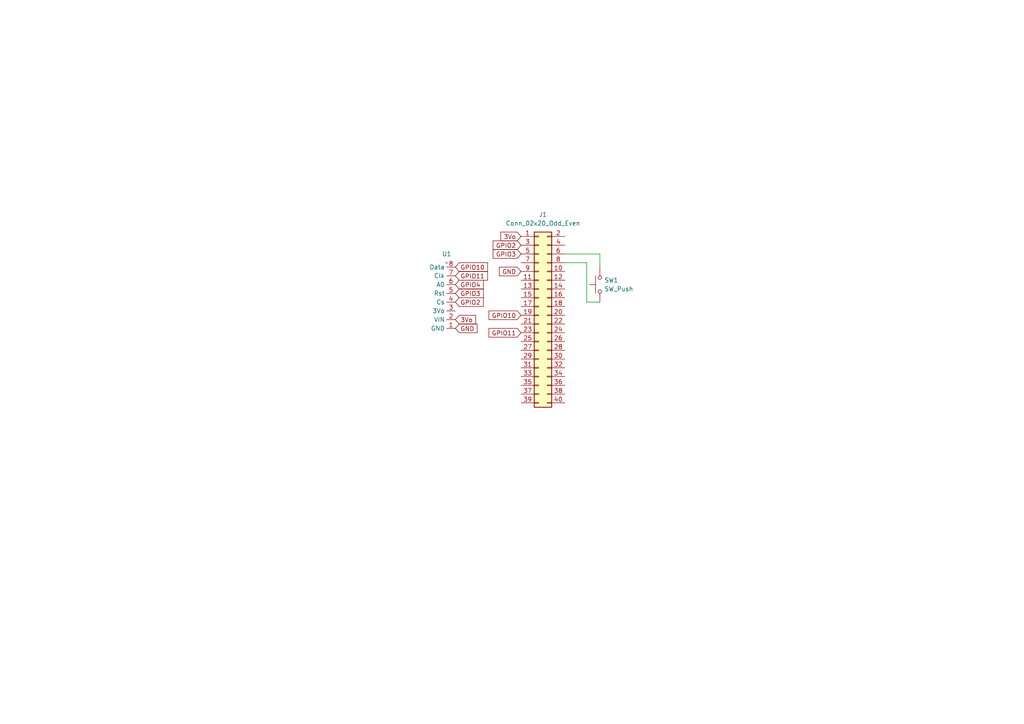
<source format=kicad_sch>
(kicad_sch (version 20250114) (generator "eeschema") (generator_version "9.0")
  (paper "A4")
  (lib_symbols
    (symbol "128x128oled:main"
      (property "Reference" "U" (at 11.43 0.254 0))
      (symbol "main_1_1"
        (pin input line (at -8.89 0 90) (length 2.54) (name "GND") (number "1"))
        (pin input line (at -6.35 0 90) (length 2.54) (name "VIN") (number "2"))
        (pin input line (at -3.81 0 90) (length 2.54) (name "3Vo") (number "3"))
        (pin input line (at -1.27 0 90) (length 2.54) (name "Cs") (number "4"))
        (pin input line (at 1.27 0 90) (length 2.54) (name "Rst") (number "5"))
        (pin input line (at 3.81 0 90) (length 2.54) (name "A0") (number "6"))
        (pin input line (at 6.35 0 90) (length 2.54) (name "Clk") (number "7"))
        (pin input line (at 8.89 0 90) (length 2.54) (name "Data") (number "8"))
      )
    )
    (symbol "Connector_Generic:Conn_02x20_Odd_Even" (pin_names (offset 1.016) (hide yes))
      (property "Reference" "J" (at 1.27 25.4 0))
      (property "Value" "Conn_02x20_Odd_Even" (at 1.27 -27.94 0))
      (symbol "Conn_02x20_Odd_Even_1_1"
        (rectangle (start -1.27 24.13) (end 3.81 -26.67) (stroke (width 0.254)) (fill (type background)))
        (rectangle (start -1.27 22.987) (end 0 22.733) (stroke (width 0.1524)))
        (rectangle (start -1.27 20.447) (end 0 20.193) (stroke (width 0.1524)))
        (rectangle (start -1.27 17.907) (end 0 17.653) (stroke (width 0.1524)))
        (rectangle (start -1.27 15.367) (end 0 15.113) (stroke (width 0.1524)))
        (rectangle (start -1.27 12.827) (end 0 12.573) (stroke (width 0.1524)))
        (rectangle (start -1.27 10.287) (end 0 10.033) (stroke (width 0.1524)))
        (rectangle (start -1.27 7.747) (end 0 7.493) (stroke (width 0.1524)))
        (rectangle (start -1.27 5.207) (end 0 4.953) (stroke (width 0.1524)))
        (rectangle (start -1.27 2.667) (end 0 2.413) (stroke (width 0.1524)))
        (rectangle (start -1.27 0.127) (end 0 -0.127) (stroke (width 0.1524)))
        (rectangle (start -1.27 -2.413) (end 0 -2.667) (stroke (width 0.1524)))
        (rectangle (start -1.27 -4.953) (end 0 -5.207) (stroke (width 0.1524)))
        (rectangle (start -1.27 -7.493) (end 0 -7.747) (stroke (width 0.1524)))
        (rectangle (start -1.27 -10.033) (end 0 -10.287) (stroke (width 0.1524)))
        (rectangle (start -1.27 -12.573) (end 0 -12.827) (stroke (width 0.1524)))
        (rectangle (start -1.27 -15.113) (end 0 -15.367) (stroke (width 0.1524)))
        (rectangle (start -1.27 -17.653) (end 0 -17.907) (stroke (width 0.1524)))
        (rectangle (start -1.27 -20.193) (end 0 -20.447) (stroke (width 0.1524)))
        (rectangle (start -1.27 -22.733) (end 0 -22.987) (stroke (width 0.1524)))
        (rectangle (start -1.27 -25.273) (end 0 -25.527) (stroke (width 0.1524)))
        (rectangle (start 3.81 22.987) (end 2.54 22.733) (stroke (width 0.1524)))
        (rectangle (start 3.81 20.447) (end 2.54 20.193) (stroke (width 0.1524)))
        (rectangle (start 3.81 17.907) (end 2.54 17.653) (stroke (width 0.1524)))
        (rectangle (start 3.81 15.367) (end 2.54 15.113) (stroke (width 0.1524)))
        (rectangle (start 3.81 12.827) (end 2.54 12.573) (stroke (width 0.1524)))
        (rectangle (start 3.81 10.287) (end 2.54 10.033) (stroke (width 0.1524)))
        (rectangle (start 3.81 7.747) (end 2.54 7.493) (stroke (width 0.1524)))
        (rectangle (start 3.81 5.207) (end 2.54 4.953) (stroke (width 0.1524)))
        (rectangle (start 3.81 2.667) (end 2.54 2.413) (stroke (width 0.1524)))
        (rectangle (start 3.81 0.127) (end 2.54 -0.127) (stroke (width 0.1524)))
        (rectangle (start 3.81 -2.413) (end 2.54 -2.667) (stroke (width 0.1524)))
        (rectangle (start 3.81 -4.953) (end 2.54 -5.207) (stroke (width 0.1524)))
        (rectangle (start 3.81 -7.493) (end 2.54 -7.747) (stroke (width 0.1524)))
        (rectangle (start 3.81 -10.033) (end 2.54 -10.287) (stroke (width 0.1524)))
        (rectangle (start 3.81 -12.573) (end 2.54 -12.827) (stroke (width 0.1524)))
        (rectangle (start 3.81 -15.113) (end 2.54 -15.367) (stroke (width 0.1524)))
        (rectangle (start 3.81 -17.653) (end 2.54 -17.907) (stroke (width 0.1524)))
        (rectangle (start 3.81 -20.193) (end 2.54 -20.447) (stroke (width 0.1524)))
        (rectangle (start 3.81 -22.733) (end 2.54 -22.987) (stroke (width 0.1524)))
        (rectangle (start 3.81 -25.273) (end 2.54 -25.527) (stroke (width 0.1524)))
        (pin passive line (at -5.08 22.86 0) (length 3.81) (name "Pin_1") (number "1"))
        (pin passive line (at -5.08 20.32 0) (length 3.81) (name "Pin_3") (number "3"))
        (pin passive line (at -5.08 17.78 0) (length 3.81) (name "Pin_5") (number "5"))
        (pin passive line (at -5.08 15.24 0) (length 3.81) (name "Pin_7") (number "7"))
        (pin passive line (at -5.08 12.7 0) (length 3.81) (name "Pin_9") (number "9"))
        (pin passive line (at -5.08 10.16 0) (length 3.81) (name "Pin_11") (number "11"))
        (pin passive line (at -5.08 7.62 0) (length 3.81) (name "Pin_13") (number "13"))
        (pin passive line (at -5.08 5.08 0) (length 3.81) (name "Pin_15") (number "15"))
        (pin passive line (at -5.08 2.54 0) (length 3.81) (name "Pin_17") (number "17"))
        (pin passive line (at -5.08 0 0) (length 3.81) (name "Pin_19") (number "19"))
        (pin passive line (at -5.08 -2.54 0) (length 3.81) (name "Pin_21") (number "21"))
        (pin passive line (at -5.08 -5.08 0) (length 3.81) (name "Pin_23") (number "23"))
        (pin passive line (at -5.08 -7.62 0) (length 3.81) (name "Pin_25") (number "25"))
        (pin passive line (at -5.08 -10.16 0) (length 3.81) (name "Pin_27") (number "27"))
        (pin passive line (at -5.08 -12.7 0) (length 3.81) (name "Pin_29") (number "29"))
        (pin passive line (at -5.08 -15.24 0) (length 3.81) (name "Pin_31") (number "31"))
        (pin passive line (at -5.08 -17.78 0) (length 3.81) (name "Pin_33") (number "33"))
        (pin passive line (at -5.08 -20.32 0) (length 3.81) (name "Pin_35") (number "35"))
        (pin passive line (at -5.08 -22.86 0) (length 3.81) (name "Pin_37") (number "37"))
        (pin passive line (at -5.08 -25.4 0) (length 3.81) (name "Pin_39") (number "39"))
        (pin passive line (at 7.62 22.86 180) (length 3.81) (name "Pin_2") (number "2"))
        (pin passive line (at 7.62 20.32 180) (length 3.81) (name "Pin_4") (number "4"))
        (pin passive line (at 7.62 17.78 180) (length 3.81) (name "Pin_6") (number "6"))
        (pin passive line (at 7.62 15.24 180) (length 3.81) (name "Pin_8") (number "8"))
        (pin passive line (at 7.62 12.7 180) (length 3.81) (name "Pin_10") (number "10"))
        (pin passive line (at 7.62 10.16 180) (length 3.81) (name "Pin_12") (number "12"))
        (pin passive line (at 7.62 7.62 180) (length 3.81) (name "Pin_14") (number "14"))
        (pin passive line (at 7.62 5.08 180) (length 3.81) (name "Pin_16") (number "16"))
        (pin passive line (at 7.62 2.54 180) (length 3.81) (name "Pin_18") (number "18"))
        (pin passive line (at 7.62 0 180) (length 3.81) (name "Pin_20") (number "20"))
        (pin passive line (at 7.62 -2.54 180) (length 3.81) (name "Pin_22") (number "22"))
        (pin passive line (at 7.62 -5.08 180) (length 3.81) (name "Pin_24") (number "24"))
        (pin passive line (at 7.62 -7.62 180) (length 3.81) (name "Pin_26") (number "26"))
        (pin passive line (at 7.62 -10.16 180) (length 3.81) (name "Pin_28") (number "28"))
        (pin passive line (at 7.62 -12.7 180) (length 3.81) (name "Pin_30") (number "30"))
        (pin passive line (at 7.62 -15.24 180) (length 3.81) (name "Pin_32") (number "32"))
        (pin passive line (at 7.62 -17.78 180) (length 3.81) (name "Pin_34") (number "34"))
        (pin passive line (at 7.62 -20.32 180) (length 3.81) (name "Pin_36") (number "36"))
        (pin passive line (at 7.62 -22.86 180) (length 3.81) (name "Pin_38") (number "38"))
        (pin passive line (at 7.62 -25.4 180) (length 3.81) (name "Pin_40") (number "40"))
      )
    )
    (symbol "Switch:SW_Push" (pin_numbers (hide yes)) (pin_names (offset 1.016) (hide yes))
      (property "Reference" "SW" (at 1.27 2.54 0))
      (property "Value" "SW_Push" (at 0 -1.524 0))
      (symbol "SW_Push_0_1"
        (circle (center -2.032 0) (radius 0.508))
        (polyline (pts (xy 0 1.27) (xy 0 3.048)))
        (circle (center 2.032 0) (radius 0.508))
        (polyline (pts (xy 2.54 1.27) (xy -2.54 1.27)))
        (pin passive line (at -5.08 0 0) (length 2.54) (name "1") (number "1"))
        (pin passive line (at 5.08 0 180) (length 2.54) (name "2") (number "2"))
      )
    )
  )
  (wire (pts (xy 173.99 87.63) (xy 170.18 87.63)))
  (wire (pts (xy 173.99 73.66) (xy 163.83 73.66)))
  (wire (pts (xy 173.99 77.47) (xy 173.99 73.66)))
  (wire (pts (xy 170.18 87.63) (xy 170.18 76.2)))
  (wire (pts (xy 170.18 76.2) (xy 163.83 76.2)))
  (global_label "GND" (shape input) (at 132.08 95.25 0) (property "Intersheetrefs" "${INTERSHEET_REFS}" (effects (hide yes))))
  (global_label "GND" (shape input) (at 151.13 78.74 180) (property "Intersheetrefs" "${INTERSHEET_REFS}" (effects (hide yes))))
  (global_label "GPIO2" (shape input) (at 151.13 71.12 180) (property "Intersheetrefs" "${INTERSHEET_REFS}" (effects (hide yes))))
  (global_label "GPIO2" (shape input) (at 132.08 87.63 0) (property "Intersheetrefs" "${INTERSHEET_REFS}" (effects (hide yes))))
  (global_label "3Vo" (shape input) (at 132.08 92.71 0) (property "Intersheetrefs" "${INTERSHEET_REFS}" (effects (hide yes))))
  (global_label "GPIO11" (shape input) (at 132.08 80.01 0) (property "Intersheetrefs" "${INTERSHEET_REFS}" (effects (hide yes))))
  (global_label "GPIO10" (shape input) (at 151.13 91.44 180) (property "Intersheetrefs" "${INTERSHEET_REFS}" (effects (hide yes))))
  (global_label "3Vo" (shape input) (at 151.13 68.58 180) (property "Intersheetrefs" "${INTERSHEET_REFS}" (effects (hide yes))))
  (global_label "GPIO4" (shape input) (at 132.08 82.55 0) (property "Intersheetrefs" "${INTERSHEET_REFS}" (effects (hide yes))))
  (global_label "GPIO3" (shape input) (at 151.13 73.66 180) (property "Intersheetrefs" "${INTERSHEET_REFS}" (effects (hide yes))))
  (global_label "GPIO3" (shape input) (at 132.08 85.09 0) (property "Intersheetrefs" "${INTERSHEET_REFS}" (effects (hide yes))))
  (global_label "GPIO11" (shape input) (at 151.13 96.52 180) (property "Intersheetrefs" "${INTERSHEET_REFS}" (effects (hide yes))))
  (global_label "GPIO10" (shape input) (at 132.08 77.47 0) (property "Intersheetrefs" "${INTERSHEET_REFS}" (effects (hide yes))))
  (symbol (lib_id "128x128oled:main") (at 132.08 86.36 90) (unit 1)
    (property "Reference" "U1" (at 129.54 73.66 90))
    (property "Value" "~" (at 129.54 76.2 90))
  )
  (symbol (lib_id "Connector_Generic:Conn_02x20_Odd_Even") (at 156.21 91.44 0) (unit 1)
    (property "Reference" "J1" (at 157.48 62.23 0))
    (property "Value" "Conn_02x20_Odd_Even" (at 157.48 64.77 0))
    (property "Description" "Generic connector, double row, 02x20, odd/even pin numbering scheme (row 1 odd numbers, row 2 even numbers), script generated (kicad-library-utils/schlib/autogen/connector/)" (effects (hide yes)))
  )
  (symbol (lib_id "Switch:SW_Push") (at 173.99 82.55 90) (unit 1)
    (property "Reference" "SW1" (at 175.26 81.2799 90) (effects (justify right)))
    (property "Value" "SW_Push" (at 175.26 83.8199 90) (effects (justify right)))
    (property "Description" "Push button switch, generic, two pins" (effects (hide yes)))
  )
)
</source>
